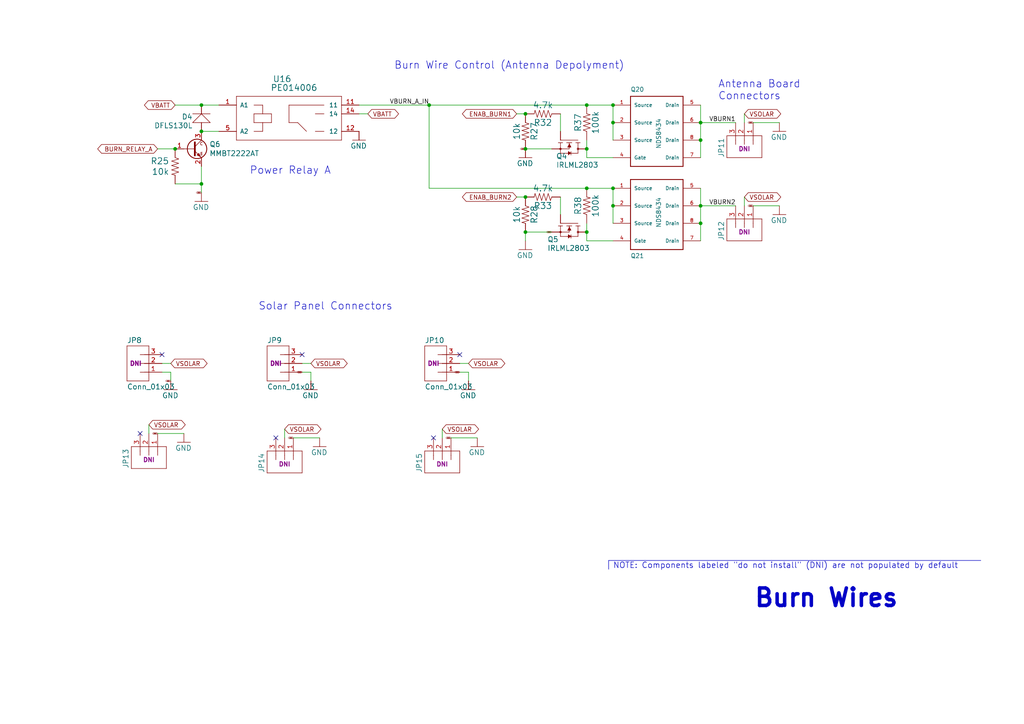
<source format=kicad_sch>
(kicad_sch (version 20230121) (generator eeschema)
  (paper "A4")
  (title_block (title "PyCubed Mainboard") (date "2021-06-09") (rev "v05c") (company "Max Holliday"))
  (lib_symbols
    (symbol "NDS8434_1" (pin_names (offset 1.016))
      (symbol "NDS8434_1_0_0"
        (polyline (pts (xy -7.62 -10.16) (xy -7.62 10.16)) (stroke (width 0.254)))
        (polyline (pts (xy -7.62 10.16) (xy 7.62 10.16)) (stroke (width 0.254)))
        (polyline (pts (xy 7.62 -10.16) (xy -7.62 -10.16)) (stroke (width 0.254)))
        (polyline (pts (xy 7.62 10.16) (xy 7.62 -10.16)) (stroke (width 0.254)))
        (pin bidirectional line (at -12.7 7.62 0) (length 5.08) (name "Source") (number "1"))
        (pin bidirectional line (at -12.7 2.54 0) (length 5.08) (name "Source") (number "2"))
        (pin bidirectional line (at -12.7 -2.54 0) (length 5.08) (name "Source") (number "3"))
        (pin bidirectional line (at -12.7 -7.62 0) (length 5.08) (name "Gate") (number "4"))
        (pin bidirectional line (at 12.7 7.62 180) (length 5.08) (name "Drain") (number "5"))
        (pin bidirectional line (at 12.7 2.54 180) (length 5.08) (name "Drain") (number "6"))
        (pin bidirectional line (at 12.7 -7.62 180) (length 5.08) (name "Drain") (number "7"))
        (pin bidirectional line (at 12.7 -2.54 180) (length 5.08) (name "Drain") (number "8"))
      )
    )
    (symbol "NDS8434_2" (pin_names (offset 1.016))
      (symbol "NDS8434_2_0_0"
        (polyline (pts (xy -7.62 -10.16) (xy -7.62 10.16)) (stroke (width 0.254)))
        (polyline (pts (xy -7.62 10.16) (xy 7.62 10.16)) (stroke (width 0.254)))
        (polyline (pts (xy 7.62 -10.16) (xy -7.62 -10.16)) (stroke (width 0.254)))
        (polyline (pts (xy 7.62 10.16) (xy 7.62 -10.16)) (stroke (width 0.254)))
        (pin bidirectional line (at -12.7 7.62 0) (length 5.08) (name "Source") (number "1"))
        (pin bidirectional line (at -12.7 2.54 0) (length 5.08) (name "Source") (number "2"))
        (pin bidirectional line (at -12.7 -2.54 0) (length 5.08) (name "Source") (number "3"))
        (pin bidirectional line (at -12.7 -7.62 0) (length 5.08) (name "Gate") (number "4"))
        (pin bidirectional line (at 12.7 7.62 180) (length 5.08) (name "Drain") (number "5"))
        (pin bidirectional line (at 12.7 2.54 180) (length 5.08) (name "Drain") (number "6"))
        (pin bidirectional line (at 12.7 -7.62 180) (length 5.08) (name "Drain") (number "7"))
        (pin bidirectional line (at 12.7 -2.54 180) (length 5.08) (name "Drain") (number "8"))
      )
    )
    (symbol "mainboard:DFLS130L" (pin_names (offset 1.016))
      (property "Reference" "D" (at 0 2.54 0))
      (property "Value" "DFLS130L" (at 0 -5.08 0))
      (symbol "DFLS130L_1_0"
        (polyline (pts (xy 0 -2.54) (xy 2.54 0)))
        (polyline (pts (xy 0 2.54) (xy 0 -2.54)))
        (polyline (pts (xy 2.54 0) (xy 0 2.54)))
        (polyline (pts (xy 2.54 2.54) (xy 2.54 -2.54)))
        (pin bidirectional line (at -2.54 0 0) (length 2.54) (name "A") (number "A"))
        (pin bidirectional line (at 5.08 0 180) (length 2.54) (name "C") (number "C"))
      )
    )
    (symbol "mainboard:GND" (power) (pin_names (offset 1.016))
      (property "Value" "GND" (at -2.54 -2.54 0))
      (symbol "GND_1_0"
        (polyline (pts (xy -1.905 0) (xy 1.905 0)))
        (pin power_in line (at 0 2.54 270) (length 2.54) (name "GND") (number "1"))
      )
    )
    (symbol "mainboard:IRLML2803TRPBF" (pin_names (offset 1.016))
      (property "Reference" "Q" (at -11.43 1.27 0))
      (property "Value" "IRLML2803TRPBF" (at -11.43 3.81 0))
      (symbol "IRLML2803TRPBF_1_0"
        (polyline (pts (xy 0 2.54) (xy 0 -2.54)))
        (polyline (pts (xy 0.762 -2.54) (xy 0.762 -3.175)))
        (polyline (pts (xy 0.762 -1.905) (xy 0.762 -2.54)))
        (polyline (pts (xy 0.762 0) (xy 0.762 -0.762)))
        (polyline (pts (xy 0.762 0) (xy 2.54 0)))
        (polyline (pts (xy 0.762 0.762) (xy 0.762 0)))
        (polyline (pts (xy 0.762 2.54) (xy 0.762 1.905)))
        (polyline (pts (xy 0.762 2.54) (xy 3.81 2.54)))
        (polyline (pts (xy 0.762 3.175) (xy 0.762 2.54)))
        (polyline (pts (xy 2.54 -2.54) (xy 0.762 -2.54)))
        (polyline (pts (xy 2.54 -2.54) (xy 3.81 -2.54)))
        (polyline (pts (xy 2.54 0) (xy 2.54 -2.54)))
        (polyline (pts (xy 3.302 0.508) (xy 3.81 0.508)))
        (polyline (pts (xy 3.81 -0.508) (xy 3.81 -2.54)))
        (polyline (pts (xy 3.81 0.508) (xy 3.81 -0.508)))
        (polyline (pts (xy 3.81 0.508) (xy 4.318 0.508)))
        (polyline (pts (xy 3.81 2.54) (xy 3.81 0.508)))
        (polyline (pts (xy 1.016 0) (xy 2.032 0.508) (xy 2.032 -0.508)) (fill (type outline)))
        (polyline (pts (xy 3.81 0.508) (xy 3.302 -0.254) (xy 4.318 -0.254)) (fill (type outline)))
        (circle (center 2.54 -2.54) (radius 0.254))
        (circle (center 2.54 2.54) (radius 0.254))
        (pin passive line (at -2.54 -2.54 0) (length 2.54) (name "G") (number "1"))
        (pin passive line (at 2.54 -5.08 90) (length 2.54) (name "S") (number "2"))
        (pin passive line (at 2.54 5.08 270) (length 2.54) (name "D") (number "3"))
      )
    )
    (symbol "mainboard:M03POLAR_LOCK" (pin_names (offset 1.016))
      (property "Reference" "JP" (at -2.54 5.842 0))
      (property "Value" "M03POLAR_LOCK" (at -2.54 -7.62 0))
      (symbol "M03POLAR_LOCK_1_0"
        (polyline (pts (xy -2.54 5.08) (xy -2.54 -5.08)))
        (polyline (pts (xy -2.54 5.08) (xy 3.81 5.08)))
        (polyline (pts (xy 1.27 -2.54) (xy 2.54 -2.54)))
        (polyline (pts (xy 1.27 0) (xy 2.54 0)))
        (polyline (pts (xy 1.27 2.54) (xy 2.54 2.54)))
        (polyline (pts (xy 3.81 -5.08) (xy -2.54 -5.08)))
        (polyline (pts (xy 3.81 -5.08) (xy 3.81 5.08)))
        (pin passive line (at 7.62 -2.54 180) (length 5.08) (name "1") (number "1"))
        (pin passive line (at 7.62 0 180) (length 5.08) (name "2") (number "2"))
        (pin passive line (at 7.62 2.54 180) (length 5.08) (name "3") (number "3"))
      )
    )
    (symbol "mainboard:MMBT2222AT" (pin_names (offset 1.016) hide)
      (property "Reference" "Q" (at -8.89 3.81 0))
      (property "Value" "MMBT2222AT" (at 2.54 -1.27 0))
      (symbol "MMBT2222AT_0_1"
        (polyline (pts (xy -5.08 0) (xy -1.905 0)))
        (polyline (pts (xy -0.127 -1.397) (xy 0.254 -1.397)))
        (polyline (pts (xy -0.127 -1.016) (xy 0.254 -1.016)))
        (polyline (pts (xy -0.127 -1.016) (xy -0.127 -1.778) (xy 0.254 -1.778)))
        (polyline (pts (xy 0.254 1.905) (xy -0.127 1.905) (xy -0.254 1.651) (xy -0.254 1.397) (xy -0.127 1.143) (xy 0.254 1.143)))
      )
      (symbol "MMBT2222AT_1_1"
        (circle (center -1.27 0) (radius 2.8194) (stroke (width 0.254)))
        (polyline (pts (xy -1.905 0.635) (xy 0 2.54)))
        (polyline (pts (xy -1.905 -0.635) (xy 0 -2.54) (xy 0 -2.54)))
        (polyline (pts (xy -1.905 1.905) (xy -1.905 -1.905) (xy -1.905 -1.905)) (stroke (width 0.508)))
        (polyline (pts (xy -1.27 -1.778) (xy -0.762 -1.27) (xy -0.254 -2.286) (xy -1.27 -1.778) (xy -1.27 -1.778)) (fill (type outline)))
        (pin input line (at -7.62 0 0) (length 2.54) (name "B") (number "1"))
        (pin passive line (at 0 -5.08 90) (length 2.54) (name "E") (number "2"))
        (pin passive line (at 0 5.08 270) (length 2.54) (name "C") (number "3"))
      )
    )
    (symbol "mainboard:NDS8434" (pin_names (offset 1.016))
      (symbol "NDS8434_0_0"
        (polyline (pts (xy -7.62 -10.16) (xy -7.62 10.16)) (stroke (width 0.254)))
        (polyline (pts (xy -7.62 10.16) (xy 7.62 10.16)) (stroke (width 0.254)))
        (polyline (pts (xy 7.62 -10.16) (xy -7.62 -10.16)) (stroke (width 0.254)))
        (polyline (pts (xy 7.62 10.16) (xy 7.62 -10.16)) (stroke (width 0.254)))
        (pin bidirectional line (at -12.7 7.62 0) (length 5.08) (name "Source") (number "1"))
        (pin bidirectional line (at -12.7 2.54 0) (length 5.08) (name "Source") (number "2"))
        (pin bidirectional line (at -12.7 -2.54 0) (length 5.08) (name "Source") (number "3"))
        (pin bidirectional line (at -12.7 -7.62 0) (length 5.08) (name "Gate") (number "4"))
        (pin bidirectional line (at 12.7 7.62 180) (length 5.08) (name "Drain") (number "5"))
        (pin bidirectional line (at 12.7 2.54 180) (length 5.08) (name "Drain") (number "6"))
        (pin bidirectional line (at 12.7 -7.62 180) (length 5.08) (name "Drain") (number "7"))
        (pin bidirectional line (at 12.7 -2.54 180) (length 5.08) (name "Drain") (number "8"))
      )
    )
    (symbol "mainboard:PE014005" (pin_names (offset 1.016))
      (property "Reference" "U" (at -2.1844 9.1186 0))
      (property "Value" "PE014005" (at -2.8194 6.5786 0))
      (symbol "PE014005_1_0"
        (polyline (pts (xy -12.7 -7.62) (xy 17.78 -7.62)))
        (polyline (pts (xy -12.7 5.08) (xy -12.7 -7.62)))
        (polyline (pts (xy -7.62 -2.54) (xy -7.62 0)))
        (polyline (pts (xy -7.62 0) (xy -5.08 0)))
        (polyline (pts (xy -7.62 2.54) (xy -5.08 2.54)))
        (polyline (pts (xy -5.08 -5.08) (xy -7.62 -5.08)))
        (polyline (pts (xy -5.08 -2.54) (xy -7.62 -2.54)))
        (polyline (pts (xy -5.08 -2.54) (xy -5.08 -5.08)))
        (polyline (pts (xy -5.08 0) (xy -2.54 0)))
        (polyline (pts (xy -5.08 2.54) (xy -5.08 0)))
        (polyline (pts (xy -2.54 -2.54) (xy -5.08 -2.54)))
        (polyline (pts (xy -2.54 0) (xy -2.54 -2.54)))
        (polyline (pts (xy 2.54 -2.54) (xy 5.08 -2.54)))
        (polyline (pts (xy 2.54 2.54) (xy 2.54 -2.54)))
        (polyline (pts (xy 5.08 -2.54) (xy 7.62 -5.08)))
        (polyline (pts (xy 12.7 -5.08) (xy 10.16 -5.08)))
        (polyline (pts (xy 12.7 0) (xy 10.16 0)))
        (polyline (pts (xy 12.7 2.54) (xy 2.54 2.54)))
        (polyline (pts (xy 17.78 -7.62) (xy 17.78 5.08)))
        (polyline (pts (xy 17.78 5.08) (xy -12.7 5.08)))
        (pin passive line (at -17.78 2.54 0) (length 5.08) (name "A1") (number "1"))
        (pin passive line (at 22.86 2.54 180) (length 5.08) (name "11") (number "11"))
        (pin passive line (at 22.86 -5.08 180) (length 5.08) (name "12") (number "12"))
        (pin passive line (at 22.86 0 180) (length 5.08) (name "14") (number "14"))
        (pin passive line (at -17.78 -5.08 0) (length 5.08) (name "A2") (number "5"))
      )
    )
    (symbol "mainboard:RESISTOR0603" (pin_names (offset 1.016))
      (property "Reference" "R" (at 0 1.524 0))
      (property "Value" "RESISTOR0603" (at 0 -1.524 0))
      (symbol "RESISTOR0603_1_0"
        (polyline (pts (xy -2.54 0) (xy -2.159 1.016)))
        (polyline (pts (xy -2.159 1.016) (xy -1.524 -1.016)))
        (polyline (pts (xy -1.524 -1.016) (xy -0.889 1.016)))
        (polyline (pts (xy -0.889 1.016) (xy -0.254 -1.016)))
        (polyline (pts (xy -0.254 -1.016) (xy 0.381 1.016)))
        (polyline (pts (xy 0.381 1.016) (xy 1.016 -1.016)))
        (polyline (pts (xy 1.016 -1.016) (xy 1.651 1.016)))
        (polyline (pts (xy 1.651 1.016) (xy 2.286 -1.016)))
        (polyline (pts (xy 2.286 -1.016) (xy 2.54 0)))
        (pin passive line (at -5.08 0 0) (length 2.54) (name "1") (number "1"))
        (pin passive line (at 5.08 0 180) (length 2.54) (name "2") (number "2"))
      )
    )
  )
  (junction (at 50.8 43.18))
  (junction (at 58.42 30.48))
  (junction (at 203.2 35.56))
  (junction (at 177.8 30.48))
  (junction (at 177.8 59.69))
  (junction (at 124.46 30.48))
  (junction (at 152.4 57.15))
  (junction (at 170.18 54.61))
  (junction (at 152.4 43.18))
  (junction (at 203.2 40.64))
  (junction (at 170.18 30.48))
  (junction (at 203.2 59.69))
  (junction (at 58.42 38.1))
  (junction (at 203.2 64.77))
  (junction (at 177.8 54.61))
  (junction (at 170.18 43.18))
  (junction (at 177.8 35.56))
  (junction (at 152.4 67.31))
  (junction (at 58.42 53.34))
  (junction (at 170.18 67.31))
  (junction (at 152.4 33.02))
  (no_connect (at 125.73 127))
  (no_connect (at 46.99 102.87))
  (no_connect (at 80.01 127))
  (no_connect (at 40.64 125.73))
  (no_connect (at 133.35 102.87))
  (no_connect (at 87.63 102.87))
  (wire (pts (xy 152.4 67.31) (xy 152.4 69.85)))
  (polyline (pts (xy 176.53 165.1) (xy 176.53 162.56)))
  (wire (pts (xy 128.27 127) (xy 128.27 124.46)))
  (wire (pts (xy 152.4 43.18) (xy 160.02 43.18)))
  (wire (pts (xy 177.8 45.72) (xy 170.18 45.72)))
  (wire (pts (xy 177.8 35.56) (xy 177.8 30.48)))
  (wire (pts (xy 203.2 64.77) (xy 203.2 59.69)))
  (wire (pts (xy 104.14 30.48) (xy 124.46 30.48)))
  (wire (pts (xy 43.18 123.19) (xy 43.18 125.73)))
  (wire (pts (xy 58.42 53.34) (xy 58.42 48.26)))
  (wire (pts (xy 104.14 33.02) (xy 106.68 33.02)))
  (wire (pts (xy 203.2 30.48) (xy 203.2 35.56)))
  (wire (pts (xy 177.8 64.77) (xy 177.8 59.69)))
  (wire (pts (xy 90.17 107.95) (xy 90.17 110.49)))
  (wire (pts (xy 162.56 62.23) (xy 162.56 57.15)))
  (wire (pts (xy 46.99 105.41) (xy 49.53 105.41)))
  (wire (pts (xy 45.72 43.18) (xy 50.8 43.18)))
  (wire (pts (xy 152.4 33.02) (xy 149.86 33.02)))
  (wire (pts (xy 218.44 59.69) (xy 226.06 59.69)))
  (wire (pts (xy 177.8 69.85) (xy 170.18 69.85)))
  (wire (pts (xy 177.8 59.69) (xy 177.8 54.61)))
  (wire (pts (xy 170.18 69.85) (xy 170.18 67.31)))
  (wire (pts (xy 215.9 57.15) (xy 215.9 59.69)))
  (wire (pts (xy 45.72 125.73) (xy 53.34 125.73)))
  (wire (pts (xy 203.2 35.56) (xy 203.2 40.64)))
  (wire (pts (xy 162.56 38.1) (xy 162.56 33.02)))
  (wire (pts (xy 215.9 35.56) (xy 215.9 33.02)))
  (wire (pts (xy 135.89 107.95) (xy 135.89 110.49)))
  (wire (pts (xy 203.2 40.64) (xy 203.2 45.72)))
  (wire (pts (xy 58.42 55.88) (xy 58.42 53.34)))
  (wire (pts (xy 152.4 57.15) (xy 149.86 57.15)))
  (wire (pts (xy 58.42 30.48) (xy 50.8 30.48)))
  (wire (pts (xy 49.53 107.95) (xy 46.99 107.95)))
  (wire (pts (xy 135.89 105.41) (xy 133.35 105.41)))
  (wire (pts (xy 170.18 54.61) (xy 124.46 54.61)))
  (wire (pts (xy 49.53 110.49) (xy 49.53 107.95)))
  (wire (pts (xy 203.2 59.69) (xy 203.2 54.61)))
  (wire (pts (xy 177.8 40.64) (xy 177.8 35.56)))
  (wire (pts (xy 124.46 30.48) (xy 124.46 54.61)))
  (wire (pts (xy 50.8 53.34) (xy 58.42 53.34)))
  (wire (pts (xy 170.18 64.77) (xy 170.18 67.31)))
  (wire (pts (xy 63.5 30.48) (xy 58.42 30.48)))
  (wire (pts (xy 82.55 127) (xy 82.55 124.46)))
  (wire (pts (xy 130.81 127) (xy 138.43 127)))
  (wire (pts (xy 170.18 30.48) (xy 177.8 30.48)))
  (wire (pts (xy 170.18 45.72) (xy 170.18 43.18)))
  (wire (pts (xy 85.09 127) (xy 92.71 127)))
  (wire (pts (xy 203.2 59.69) (xy 213.36 59.69)))
  (wire (pts (xy 203.2 35.56) (xy 213.36 35.56)))
  (wire (pts (xy 58.42 38.1) (xy 63.5 38.1)))
  (wire (pts (xy 133.35 107.95) (xy 135.89 107.95)))
  (polyline (pts (xy 176.53 162.56) (xy 284.48 162.56)))
  (wire (pts (xy 170.18 40.64) (xy 170.18 43.18)))
  (wire (pts (xy 218.44 35.56) (xy 226.06 35.56)))
  (wire (pts (xy 87.63 107.95) (xy 90.17 107.95)))
  (wire (pts (xy 177.8 54.61) (xy 170.18 54.61)))
  (wire (pts (xy 203.2 69.85) (xy 203.2 64.77)))
  (wire (pts (xy 170.18 30.48) (xy 124.46 30.48)))
  (wire (pts (xy 90.17 105.41) (xy 87.63 105.41)))
  (wire (pts (xy 160.02 67.31) (xy 152.4 67.31)))
  (text "Antenna Board\nConnectors" (at 208.28 29.21 0) (effects (font (size 2.159 2.159)) (justify left bottom)))
  (text "Burn Wires" (at 218.44 176.53 0) (effects (font (size 5.08 5.08) (thickness 1.016) bold) (justify left bottom)))
  (text "Burn Wire Control (Antenna Depolyment)" (at 114.3 20.32 0) (effects (font (size 2.159 2.159)) (justify left bottom)))
  (text "Solar Panel Connectors" (at 74.93 90.17 0) (effects (font (size 2.159 2.159)) (justify left bottom)))
  (text "Power Relay A" (at 72.39 50.8 0) (effects (font (size 2.159 2.159)) (justify left bottom)))
  (text "NOTE: Components labeled \"do not install\" (DNI) are not populated by default" (at 177.8 165.1 0) (effects (font (size 1.651 1.651)) (justify left bottom)))
  (label "VBURN_A_IN" (at 124.46 30.48 180))
  (label "VBURN1" (at 213.36 35.56 180))
  (label "VBURN2" (at 213.36 59.69 180))
  (global_label "GND" (shape bidirectional) (at 49.53 110.49 180) (effects (font (size 0.254 0.254))) (property "Intersheetrefs" "${INTERSHEET_REFS}" (effects hide)))
  (global_label "VBATT" (shape bidirectional) (at 106.68 33.02 0) (property "Intersheetrefs" "${INTERSHEET_REFS}" (effects hide)))
  (global_label "VSOLAR" (shape bidirectional) (at 90.17 105.41 0) (property "Intersheetrefs" "${INTERSHEET_REFS}" (effects hide)))
  (global_label "GND" (shape bidirectional) (at 133.35 107.95 180) (effects (font (size 0.254 0.254))) (property "Intersheetrefs" "${INTERSHEET_REFS}" (effects hide)))
  (global_label "GND" (shape bidirectional) (at 85.09 127 180) (effects (font (size 0.254 0.254))) (property "Intersheetrefs" "${INTERSHEET_REFS}" (effects hide)))
  (global_label "GND" (shape bidirectional) (at 130.81 127 180) (effects (font (size 0.254 0.254))) (property "Intersheetrefs" "${INTERSHEET_REFS}" (effects hide)))
  (global_label "VBATT" (shape bidirectional) (at 50.8 30.48 180) (property "Intersheetrefs" "${INTERSHEET_REFS}" (effects hide)))
  (global_label "VSOLAR" (shape bidirectional) (at 82.55 124.46 0) (property "Intersheetrefs" "${INTERSHEET_REFS}" (effects hide)))
  (global_label "GND" (shape bidirectional) (at 87.63 107.95 180) (effects (font (size 0.254 0.254))) (property "Intersheetrefs" "${INTERSHEET_REFS}" (effects hide)))
  (global_label "VSOLAR" (shape bidirectional) (at 43.18 123.19 0) (property "Intersheetrefs" "${INTERSHEET_REFS}" (effects hide)))
  (global_label "ENAB_BURN2" (shape bidirectional) (at 149.86 57.15 180) (property "Intersheetrefs" "${INTERSHEET_REFS}" (effects hide)))
  (global_label "GND" (shape bidirectional) (at 218.44 59.69 180) (effects (font (size 0.254 0.254))) (property "Intersheetrefs" "${INTERSHEET_REFS}" (effects hide)))
  (global_label "GND" (shape bidirectional) (at 160.02 67.31 180) (effects (font (size 0.254 0.254))) (property "Intersheetrefs" "${INTERSHEET_REFS}" (effects hide)))
  (global_label "GND" (shape bidirectional) (at 218.44 35.56 180) (effects (font (size 0.254 0.254))) (property "Intersheetrefs" "${INTERSHEET_REFS}" (effects hide)))
  (global_label "ENAB_BURN1" (shape bidirectional) (at 149.86 33.02 180) (property "Intersheetrefs" "${INTERSHEET_REFS}" (effects hide)))
  (global_label "GND" (shape bidirectional) (at 58.42 55.88 180) (effects (font (size 0.254 0.254))) (property "Intersheetrefs" "${INTERSHEET_REFS}" (effects hide)))
  (global_label "VSOLAR" (shape bidirectional) (at 215.9 33.02 0) (property "Intersheetrefs" "${INTERSHEET_REFS}" (effects hide)))
  (global_label "GND" (shape bidirectional) (at 152.4 43.18 180) (effects (font (size 0.254 0.254))) (property "Intersheetrefs" "${INTERSHEET_REFS}" (effects hide)))
  (global_label "VSOLAR" (shape bidirectional) (at 215.9 57.15 0) (property "Intersheetrefs" "${INTERSHEET_REFS}" (effects hide)))
  (global_label "VSOLAR" (shape bidirectional) (at 49.53 105.41 0) (property "Intersheetrefs" "${INTERSHEET_REFS}" (effects hide)))
  (global_label "BURN_RELAY_A" (shape bidirectional) (at 45.72 43.18 180) (property "Intersheetrefs" "${INTERSHEET_REFS}" (effects hide)))
  (global_label "VSOLAR" (shape bidirectional) (at 135.89 105.41 0) (property "Intersheetrefs" "${INTERSHEET_REFS}" (effects hide)))
  (global_label "GND" (shape bidirectional) (at 45.72 125.73 180) (effects (font (size 0.254 0.254))) (property "Intersheetrefs" "${INTERSHEET_REFS}" (effects hide)))
  (global_label "VSOLAR" (shape bidirectional) (at 128.27 124.46 0) (property "Intersheetrefs" "${INTERSHEET_REFS}" (effects hide)))
  (symbol (lib_id "mainboard:GND") (at 226.06 62.23 0) (unit 1)
    (property "Reference" "#GND061" (effects hide))
    (property "Value" "GND" (at 223.52 64.77 0) (effects (font (size 1.4986 1.4986)) (justify left bottom)))
    (instances (project "mainboard" (path "" (reference "#GND061") (unit 1)) (path "" (reference "#GND?") (unit 1))))
  )
  (symbol (lib_id "mainboard:M03POLAR_LOCK") (at 215.9 67.31 90) (unit 1)
    (property "Reference" "JP12" (at 210.058 69.85 0) (effects (font (size 1.4986 1.4986)) (justify left bottom)))
    (property "Value" "Conn_01x03" (effects hide))
    (property "Footprint" "mainboard:MOLEX-1X3_LOCK" (effects hide))
    (property "Datasheet" "https://www.mouser.com/datasheet/2/276/022232037_sd-589157.pdf" (effects hide))
    (property "DNI" "DNI" (at 215.9 67.31 90) (effects (font bold)))
    (property "Description" "3-pin Vertical Header - 0.1in (2.54mm) Locking - Molex PN: 22-23-2037" (effects hide))
    (property "Flight" "22-23-2037" (effects hide))
    (property "Manufacturer_Name" "Molex" (effects hide))
    (property "Manufacturer_Part_Number" "22-23-2037" (effects hide))
    (property "Proto" "22-23-2037" (effects hide))
    (instances (project "mainboard" (path "" (reference "JP12") (unit 1)) (path "" (reference "JP?") (unit 1))))
  )
  (symbol (lib_id "mainboard:RESISTOR0603") (at 157.48 57.15 180) (unit 1)
    (property "Reference" "R33" (at 157.48 58.674 0) (effects (font (size 1.778 1.778)) (justify bottom)))
    (property "Value" "4.7k" (at 157.48 55.626 0) (effects (font (size 1.778 1.778)) (justify top)))
    (property "Footprint" "Resistor_SMD:R_0603_1608Metric" (effects hide))
    (property "Description" "4.7k 0603" (effects hide))
    (property "LCSC" "C844773" (effects hide))
    (instances (project "mainboard" (path "" (reference "R33") (unit 1)) (path "" (reference "R?") (unit 1))))
  )
  (symbol (lib_id "mainboard:M03POLAR_LOCK") (at 80.01 105.41 0) (unit 1)
    (property "Reference" "JP9" (at 77.47 99.568 0) (effects (font (size 1.4986 1.4986)) (justify left bottom)))
    (property "Value" "Conn_01x03" (at 77.47 113.03 0) (effects (font (size 1.4986 1.4986)) (justify left bottom)))
    (property "Footprint" "mainboard:MOLEX-1X3_LOCK" (effects hide))
    (property "Datasheet" "https://www.mouser.com/datasheet/2/276/022232037_sd-589157.pdf" (effects hide))
    (property "DNI" "DNI" (at 80.01 105.41 0) (effects (font bold)))
    (property "Description" "3-pin Vertical Header - 0.1in (2.54mm) Locking - Molex PN: 22-23-2037" (effects hide))
    (property "Flight" "22-23-2037" (effects hide))
    (property "Manufacturer_Name" "Molex" (effects hide))
    (property "Manufacturer_Part_Number" "22-23-2037" (effects hide))
    (property "Proto" "22-23-2037" (effects hide))
    (instances (project "mainboard" (path "" (reference "JP9") (unit 1)) (path "" (reference "JP?") (unit 1))))
  )
  (symbol (lib_id "mainboard:DFLS130L") (at 58.42 35.56 90) (unit 1)
    (property "Reference" "D4" (at 55.88 33.02 90) (effects (font (size 1.4986 1.4986)) (justify left bottom)))
    (property "Value" "DFLS130L" (at 55.88 35.56 90) (effects (font (size 1.4986 1.4986)) (justify left bottom)))
    (property "Footprint" "mainboard:PWRDI-123" (effects hide))
    (property "Datasheet" "https://www.diodes.com/assets/Datasheets/ds30492.pdf" (effects hide))
    (property "Description" "Schottky Diode - 30V 1A" (effects hide))
    (property "Flight" "DFLS130L-7" (effects hide))
    (property "Manufacturer_Name" "Diodes Incorporated" (effects hide))
    (property "Manufacturer_Part_Number" "DFLS130L-7" (effects hide))
    (property "Proto" "DFLS130L" (effects hide))
    (property "LCSC" "C5380706" (effects hide))
    (instances (project "mainboard" (path "" (reference "D4") (unit 1)) (path "" (reference "D?") (unit 1))))
  )
  (symbol (lib_id "mainboard:GND") (at 90.17 113.03 0) (unit 1)
    (property "Reference" "#GND051" (effects hide))
    (property "Value" "GND" (at 87.63 115.57 0) (effects (font (size 1.4986 1.4986)) (justify left bottom)))
    (instances (project "mainboard" (path "" (reference "#GND051") (unit 1)) (path "" (reference "#GND?") (unit 1))))
  )
  (symbol (lib_id "mainboard:RESISTOR0603") (at 50.8 48.26 270) (unit 1)
    (property "Reference" "R25" (at 49.0982 46.7106 90) (effects (font (size 1.778 1.778)) (justify right)))
    (property "Value" "10k" (at 49.0982 49.784 90) (effects (font (size 1.778 1.778)) (justify right)))
    (property "Footprint" "Resistor_SMD:R_0603_1608Metric" (effects hide))
    (property "Description" "10k 0603" (effects hide))
    (instances (project "mainboard" (path "" (reference "R25") (unit 1)) (path "" (reference "R?") (unit 1))))
  )
  (symbol (lib_id "mainboard:M03POLAR_LOCK") (at 82.55 134.62 90) (unit 1)
    (property "Reference" "JP14" (at 76.708 137.16 0) (effects (font (size 1.4986 1.4986)) (justify left bottom)))
    (property "Value" "Conn_01x03" (effects hide))
    (property "Footprint" "mainboard:MOLEX-1X3_LOCK" (effects hide))
    (property "Datasheet" "https://www.mouser.com/datasheet/2/276/022232037_sd-589157.pdf" (effects hide))
    (property "DNI" "DNI" (at 82.55 134.62 90) (effects (font bold)))
    (property "Description" "3-pin Vertical Header - 0.1in (2.54mm) Locking - Molex PN: 22-23-2037" (effects hide))
    (property "Flight" "22-23-2037" (effects hide))
    (property "Manufacturer_Name" "Molex" (effects hide))
    (property "Manufacturer_Part_Number" "22-23-2037" (effects hide))
    (property "Proto" "22-23-2037" (effects hide))
    (instances (project "mainboard" (path "" (reference "JP14") (unit 1)) (path "" (reference "JP?") (unit 1))))
  )
  (symbol (lib_id "mainboard:GND") (at 49.53 113.03 0) (unit 1)
    (property "Reference" "#GND048" (effects hide))
    (property "Value" "GND" (at 46.99 115.57 0) (effects (font (size 1.4986 1.4986)) (justify left bottom)))
    (instances (project "mainboard" (path "" (reference "#GND048") (unit 1)) (path "" (reference "#GND?") (unit 1))))
  )
  (symbol (lib_id "mainboard:GND") (at 152.4 72.39 0) (unit 1)
    (property "Reference" "#GND056" (effects hide))
    (property "Value" "GND" (at 149.86 74.93 0) (effects (font (size 1.4986 1.4986)) (justify left bottom)))
    (instances (project "mainboard" (path "" (reference "#GND056") (unit 1)) (path "" (reference "#GND?") (unit 1))))
  )
  (symbol (lib_id "mainboard:GND") (at 138.43 129.54 0) (unit 1)
    (property "Reference" "#GND064" (effects hide))
    (property "Value" "GND" (at 135.89 132.08 0) (effects (font (size 1.4986 1.4986)) (justify left bottom)))
    (instances (project "mainboard" (path "" (reference "#GND064") (unit 1)) (path "" (reference "#GND?") (unit 1))))
  )
  (symbol (lib_id "mainboard:M03POLAR_LOCK") (at 125.73 105.41 0) (unit 1)
    (property "Reference" "JP10" (at 123.19 99.568 0) (effects (font (size 1.4986 1.4986)) (justify left bottom)))
    (property "Value" "Conn_01x03" (at 123.19 113.03 0) (effects (font (size 1.4986 1.4986)) (justify left bottom)))
    (property "Footprint" "mainboard:MOLEX-1X3_LOCK" (effects hide))
    (property "Datasheet" "https://www.mouser.com/datasheet/2/276/022232037_sd-589157.pdf" (effects hide))
    (property "DNI" "DNI" (at 125.73 105.41 0) (effects (font bold)))
    (property "Description" "3-pin Vertical Header - 0.1in (2.54mm) Locking - Molex PN: 22-23-2037" (effects hide))
    (property "Flight" "22-23-2037" (effects hide))
    (property "Manufacturer_Name" "Molex" (effects hide))
    (property "Manufacturer_Part_Number" "22-23-2037" (effects hide))
    (property "Proto" "22-23-2037" (effects hide))
    (instances (project "mainboard" (path "" (reference "JP10") (unit 1)) (path "" (reference "JP?") (unit 1))))
  )
  (symbol (lib_id "mainboard:RESISTOR0603") (at 152.4 62.23 270) (unit 1)
    (property "Reference" "R28" (at 153.924 62.23 0) (effects (font (size 1.778 1.778)) (justify bottom)))
    (property "Value" "10k" (at 150.876 62.23 0) (effects (font (size 1.778 1.778)) (justify top)))
    (property "Footprint" "Resistor_SMD:R_0603_1608Metric" (effects hide))
    (property "Description" "10k 0603" (effects hide))
    (instances (project "mainboard" (path "" (reference "R28") (unit 1)) (path "" (reference "R?") (unit 1))))
  )
  (symbol (lib_name "NDS8434_1") (lib_id "mainboard:NDS8434") (at 190.5 38.1 0) (unit 1)
    (property "Reference" "Q20" (at 182.88 26.67 0) (effects (justify left bottom)))
    (property "Value" "NDS8434" (at 191.77 43.18 90) (effects (justify left bottom)))
    (property "Footprint" "mainboard:NDS8434" (effects hide))
    (property "Datasheet" "https://www.onsemi.com/pdf/datasheet/nds8434-d.pdf" (effects hide))
    (property "Description" "P-Channel MOSFET" (effects hide))
    (property "Flight" "NDS8434" (effects hide))
    (property "Manufacturer_Name" "ON Semiconductor" (effects hide))
    (property "Manufacturer_Part_Number" "NDS8434" (effects hide))
    (property "Proto" "DMP2022LSS-13" (effects hide))
    (instances (project "mainboard" (path "" (reference "Q20") (unit 1)) (path "" (reference "U?") (unit 1))))
  )
  (symbol (lib_name "NDS8434_2") (lib_id "mainboard:NDS8434") (at 190.5 62.23 0) (unit 1)
    (property "Reference" "Q21" (at 182.88 74.93 0) (effects (justify left bottom)))
    (property "Value" "NDS8434" (at 191.77 66.04 90) (effects (justify left bottom)))
    (property "Footprint" "mainboard:NDS8434" (effects hide))
    (property "Datasheet" "https://www.onsemi.com/pdf/datasheet/nds8434-d.pdf" (effects hide))
    (property "Description" "P-Channel MOSFET" (effects hide))
    (property "Flight" "NDS8434" (effects hide))
    (property "Manufacturer_Name" "ON Semiconductor" (effects hide))
    (property "Manufacturer_Part_Number" "NDS8434" (effects hide))
    (property "Proto" "DMP2022LSS-13" (effects hide))
    (instances (project "mainboard" (path "" (reference "Q21") (unit 1)) (path "" (reference "U?") (unit 1))))
  )
  (symbol (lib_id "mainboard:MMBT2222AT") (at 58.42 43.18 0) (unit 1)
    (property "Reference" "Q6" (at 60.7314 41.8338 0) (effects (font (size 1.4986 1.4986)) (justify left)))
    (property "Value" "MMBT2222AT" (at 60.7314 44.5008 0) (effects (font (size 1.4986 1.4986)) (justify left)))
    (property "Footprint" "mainboard:SOT-23" (effects hide))
    (property "Datasheet" "https://www.onsemi.com/pdf/datasheet/mmbt2222att1-d.pdf" (effects hide))
    (property "Description" "Single NPN BJT" (effects hide))
    (property "Flight" "NSVMMBT2222ATT1G" (effects hide))
    (property "Manufacturer_Name" "ON Semiconductor" (effects hide))
    (property "Manufacturer_Part_Number" "MMBT2222ALT1G" (effects hide))
    (property "Proto" "MMBT2222ALT1G" (effects hide))
    (property "LCSC" "C190608" (effects hide))
  )
  (symbol (lib_id "mainboard:RESISTOR0603") (at 152.4 38.1 270) (unit 1)
    (property "Reference" "R27" (at 153.924 38.1 0) (effects (font (size 1.778 1.778)) (justify bottom)))
    (property "Value" "10k" (at 150.876 38.1 0) (effects (font (size 1.778 1.778)) (justify top)))
    (property "Footprint" "Resistor_SMD:R_0603_1608Metric" (effects hide))
    (property "Description" "10k 0603" (effects hide))
    (instances (project "mainboard" (path "" (reference "R27") (unit 1)) (path "" (reference "R?") (unit 1))))
  )
  (symbol (lib_id "mainboard:GND") (at 135.89 113.03 0) (unit 1)
    (property "Reference" "#GND054" (effects hide))
    (property "Value" "GND" (at 133.35 115.57 0) (effects (font (size 1.4986 1.4986)) (justify left bottom)))
    (instances (project "mainboard" (path "" (reference "#GND054") (unit 1)) (path "" (reference "#GND?") (unit 1))))
  )
  (symbol (lib_id "mainboard:IRLML2803TRPBF") (at 165.1 64.77 270) (unit 1)
    (property "Reference" "Q5" (at 158.75 68.58 90) (effects (font (size 1.4986 1.4986)) (justify left top)))
    (property "Value" "IRLML2803" (at 158.75 71.12 90) (effects (font (size 1.4986 1.4986)) (justify left top)))
    (property "Footprint" "mainboard:SOT-23" (effects hide))
    (property "Datasheet" "https://www.onsemi.com/pdf/datasheet/mmbt2222att1-d.pdf" (effects hide))
    (property "Description" "Single N-Channel MOSFET" (effects hide))
    (property "Flight" "MMBT2222AT " (effects hide))
    (property "Manufacturer_Name" "ON Semiconductor" (effects hide))
    (property "Manufacturer_Part_Number" "MMBT2222AT " (effects hide))
    (property "Proto" "2302" (effects hide))
    (property "LCSC" "C2590" (effects hide))
    (instances (project "mainboard" (path "" (reference "Q5") (unit 1)) (path "" (reference "Q?") (unit 1))))
  )
  (symbol (lib_id "mainboard:RESISTOR0603") (at 157.48 33.02 180) (unit 1)
    (property "Reference" "R32" (at 157.48 34.544 0) (effects (font (size 1.778 1.778)) (justify bottom)))
    (property "Value" "4.7k" (at 157.48 31.496 0) (effects (font (size 1.778 1.778)) (justify top)))
    (property "Footprint" "Resistor_SMD:R_0603_1608Metric" (effects hide))
    (property "Description" "4.7k 0603" (effects hide))
    (property "LCSC" "C844773" (effects hide))
    (instances (project "mainboard" (path "" (reference "R32") (unit 1)) (path "" (reference "R?") (unit 1))))
  )
  (symbol (lib_id "mainboard:RESISTOR0603") (at 170.18 35.56 90) (unit 1)
    (property "Reference" "R37" (at 168.656 35.56 0) (effects (font (size 1.778 1.778)) (justify bottom)))
    (property "Value" "100k" (at 171.704 35.56 0) (effects (font (size 1.778 1.778)) (justify top)))
    (property "Footprint" "Resistor_SMD:R_0603_1608Metric" (effects hide))
    (property "Description" "100K 0603" (effects hide))
    (instances (project "mainboard" (path "" (reference "R37") (unit 1)) (path "" (reference "R?") (unit 1))))
  )
  (symbol (lib_id "mainboard:M03POLAR_LOCK") (at 215.9 43.18 90) (unit 1)
    (property "Reference" "JP11" (at 210.058 45.72 0) (effects (font (size 1.4986 1.4986)) (justify left bottom)))
    (property "Value" "Conn_01x03" (effects hide))
    (property "Footprint" "mainboard:MOLEX-1X3_LOCK" (effects hide))
    (property "Datasheet" "https://www.mouser.com/datasheet/2/276/022232037_sd-589157.pdf" (effects hide))
    (property "DNI" "DNI" (at 215.9 43.18 90) (effects (font bold)))
    (property "Description" "3-pin Vertical Header - 0.1in (2.54mm) Locking - Molex PN: 22-23-2037" (effects hide))
    (property "Flight" "22-23-2037" (effects hide))
    (property "Manufacturer_Name" "Molex" (effects hide))
    (property "Manufacturer_Part_Number" "22-23-2037" (effects hide))
    (property "Proto" "22-23-2037" (effects hide))
    (instances (project "mainboard" (path "" (reference "JP11") (unit 1)) (path "" (reference "JP?") (unit 1))))
  )
  (symbol (lib_id "mainboard:GND") (at 92.71 129.54 0) (unit 1)
    (property "Reference" "#GND063" (effects hide))
    (property "Value" "GND" (at 90.17 132.08 0) (effects (font (size 1.4986 1.4986)) (justify left bottom)))
    (instances (project "mainboard" (path "" (reference "#GND063") (unit 1)) (path "" (reference "#GND?") (unit 1))))
  )
  (symbol (lib_id "mainboard:RESISTOR0603") (at 170.18 59.69 90) (unit 1)
    (property "Reference" "R38" (at 168.656 59.69 0) (effects (font (size 1.778 1.778)) (justify bottom)))
    (property "Value" "100k" (at 171.704 59.69 0) (effects (font (size 1.778 1.778)) (justify top)))
    (property "Footprint" "Resistor_SMD:R_0603_1608Metric" (effects hide))
    (property "Description" "100K 0603" (effects hide))
    (instances (project "mainboard" (path "" (reference "R38") (unit 1)) (path "" (reference "R?") (unit 1))))
  )
  (symbol (lib_id "mainboard:M03POLAR_LOCK") (at 128.27 134.62 90) (unit 1)
    (property "Reference" "JP15" (at 122.428 137.16 0) (effects (font (size 1.4986 1.4986)) (justify left bottom)))
    (property "Value" "Conn_01x03" (effects hide))
    (property "Footprint" "mainboard:MOLEX-1X3_LOCK" (effects hide))
    (property "Datasheet" "https://www.mouser.com/datasheet/2/276/022232037_sd-589157.pdf" (effects hide))
    (property "DNI" "DNI" (at 128.27 134.62 90) (effects (font bold)))
    (property "Description" "3-pin Vertical Header - 0.1in (2.54mm) Locking - Molex PN: 22-23-2037" (effects hide))
    (property "Flight" "22-23-2037" (effects hide))
    (property "Manufacturer_Name" "Molex" (effects hide))
    (property "Manufacturer_Part_Number" "22-23-2037" (effects hide))
    (property "Proto" "22-23-2037" (effects hide))
    (instances (project "mainboard" (path "" (reference "JP15") (unit 1)) (path "" (reference "JP?") (unit 1))))
  )
  (symbol (lib_id "mainboard:M03POLAR_LOCK") (at 43.18 133.35 90) (unit 1)
    (property "Reference" "JP13" (at 37.338 135.89 0) (effects (font (size 1.4986 1.4986)) (justify left bottom)))
    (property "Value" "Conn_01x03" (effects hide))
    (property "Footprint" "mainboard:MOLEX-1X3_LOCK" (effects hide))
    (property "Datasheet" "https://www.mouser.com/datasheet/2/276/022232037_sd-589157.pdf" (effects hide))
    (property "DNI" "DNI" (at 43.18 133.35 90) (effects (font bold)))
    (property "Description" "3-pin Vertical Header - 0.1in (2.54mm) Locking - Molex PN: 22-23-2037" (effects hide))
    (property "Flight" "22-23-2037" (effects hide))
    (property "Manufacturer_Name" "Molex" (effects hide))
    (property "Manufacturer_Part_Number" "22-23-2037" (effects hide))
    (property "Proto" "22-23-2037" (effects hide))
    (instances (project "mainboard" (path "" (reference "JP13") (unit 1)) (path "" (reference "JP?") (unit 1))))
  )
  (symbol (lib_id "mainboard:GND") (at 53.34 128.27 0) (unit 1)
    (property "Reference" "#GND062" (effects hide))
    (property "Value" "GND" (at 50.8 130.81 0) (effects (font (size 1.4986 1.4986)) (justify left bottom)))
    (instances (project "mainboard" (path "" (reference "#GND062") (unit 1)) (path "" (reference "#GND?") (unit 1))))
  )
  (symbol (lib_id "mainboard:GND") (at 104.14 40.64 0) (unit 1)
    (property "Reference" "#GND052" (effects hide))
    (property "Value" "GND" (at 101.6 43.18 0) (effects (font (size 1.4986 1.4986)) (justify left bottom)))
    (instances (project "mainboard" (path "" (reference "#GND052") (unit 1)) (path "" (reference "#GND?") (unit 1))))
  )
  (symbol (lib_id "mainboard:PE014005") (at 81.28 33.02 0) (unit 1)
    (property "Reference" "U16" (at 79.0956 23.9014 0) (effects (font (size 1.7526 1.7526)) (justify left bottom)))
    (property "Value" "PE014006" (at 78.4606 26.4414 0) (effects (font (size 1.7526 1.7526)) (justify left bottom)))
    (property "Footprint" "mainboard:RELAY_PE014006" (effects hide))
    (property "Datasheet" "https://www.te.com/usa-en/product-PE014006.html" (effects hide))
    (property "Description" "5A 6V SPDT General Purpose Relay" (effects hide))
    (property "Flight" "PE014006 TE" (effects hide))
    (property "Manufacturer_Name" "TE Connectivity" (effects hide))
    (property "Manufacturer_Part_Number" "PE014006 TE" (effects hide))
    (property "Proto" "TE Connectivity" (effects hide))
    (instances (project "mainboard" (path "" (reference "U16") (unit 1)) (path "" (reference "U?") (unit 1))))
  )
  (symbol (lib_id "mainboard:IRLML2803TRPBF") (at 165.1 40.64 270) (unit 1)
    (property "Reference" "Q4" (at 161.29 44.45 90) (effects (font (size 1.4986 1.4986)) (justify left top)))
    (property "Value" "IRLML2803" (at 161.29 46.99 90) (effects (font (size 1.4986 1.4986)) (justify left top)))
    (property "Footprint" "mainboard:SOT-23" (effects hide))
    (property "Datasheet" "https://www.infineon.com/dgdl/irlml2803pbf.pdf?fileId=5546d462533600a4015356682aff260f" (effects hide))
    (property "Description" "Single N-Channel MOSFET" (effects hide))
    (property "Flight" "IRLML2803" (effects hide))
    (property "Manufacturer_Name" "Infineon Technologies" (effects hide))
    (property "Manufacturer_Part_Number" "IRLML2803TRPbF" (effects hide))
    (property "Proto" "2302" (effects hide))
    (property "LCSC" "C2590" (effects hide))
    (instances (project "mainboard" (path "" (reference "Q4") (unit 1)) (path "" (reference "Q?") (unit 1))))
  )
  (symbol (lib_id "mainboard:GND") (at 152.4 45.72 0) (unit 1)
    (property "Reference" "#GND055" (effects hide))
    (property "Value" "GND" (at 149.86 48.26 0) (effects (font (size 1.4986 1.4986)) (justify left bottom)))
    (instances (project "mainboard" (path "" (reference "#GND055") (unit 1)) (path "" (reference "#GND?") (unit 1))))
  )
  (symbol (lib_id "mainboard:GND") (at 226.06 38.1 0) (unit 1)
    (property "Reference" "#GND060" (effects hide))
    (property "Value" "GND" (at 223.52 40.64 0) (effects (font (size 1.4986 1.4986)) (justify left bottom)))
    (instances (project "mainboard" (path "" (reference "#GND060") (unit 1)) (path "" (reference "#GND?") (unit 1))))
  )
  (symbol (lib_id "mainboard:GND") (at 58.42 58.42 0) (unit 1)
    (property "Reference" "#GND049" (effects hide))
    (property "Value" "GND" (at 55.88 60.96 0) (effects (font (size 1.4986 1.4986)) (justify left bottom)))
    (instances (project "mainboard" (path "" (reference "#GND049") (unit 1)) (path "" (reference "#GND?") (unit 1))))
  )
  (symbol (lib_id "mainboard:M03POLAR_LOCK") (at 39.37 105.41 0) (unit 1)
    (property "Reference" "JP8" (at 36.83 99.568 0) (effects (font (size 1.4986 1.4986)) (justify left bottom)))
    (property "Value" "Conn_01x03" (at 36.83 113.03 0) (effects (font (size 1.4986 1.4986)) (justify left bottom)))
    (property "Footprint" "mainboard:MOLEX-1X3_LOCK" (effects hide))
    (property "Datasheet" "https://www.mouser.com/datasheet/2/276/022232037_sd-589157.pdf" (effects hide))
    (property "DNI" "DNI" (at 39.37 105.41 0) (effects (font bold)))
    (property "Description" "3-pin Vertical Header - 0.1in (2.54mm) Locking - Molex PN: 22-23-2037" (effects hide))
    (property "Flight" "22-23-2037" (effects hide))
    (property "Manufacturer_Name" "Molex" (effects hide))
    (property "Manufacturer_Part_Number" "22-23-2037" (effects hide))
    (property "Proto" "22-23-2037" (effects hide))
    (instances (project "mainboard" (path "" (reference "JP8") (unit 1)) (path "" (reference "JP?") (unit 1))))
  )
)
</source>
